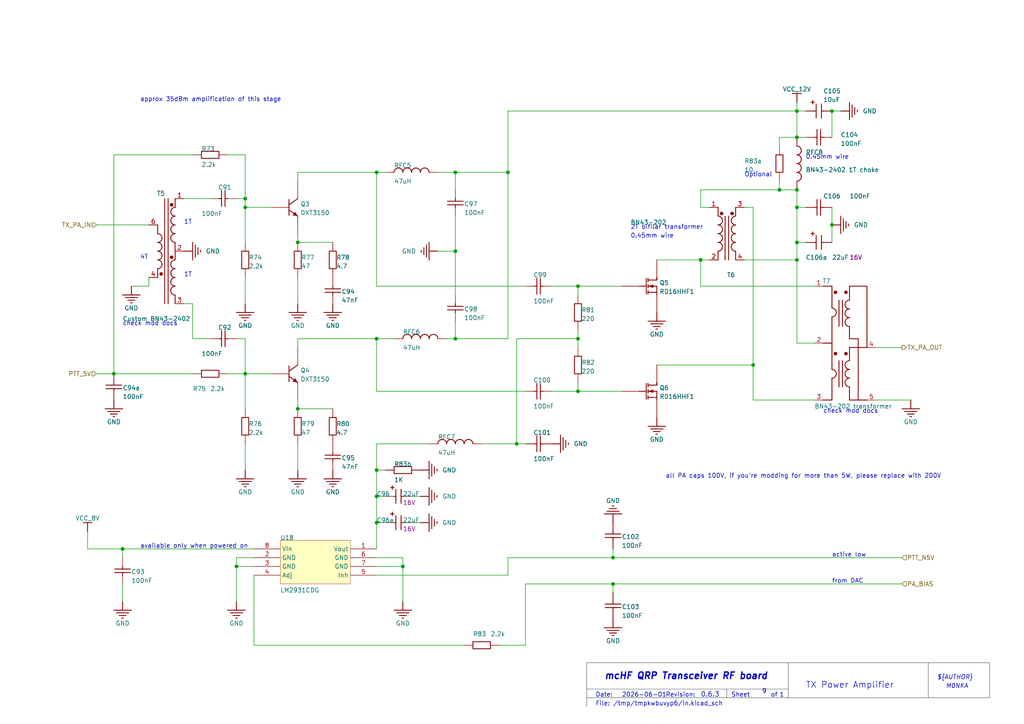
<source format=kicad_sch>
(kicad_sch (version 20231120) (generator "eeschema") (generator_version "8.0")
  (paper "A4")
  (title_block (title "mcHF QRP Transceiver RF board") (rev "0.6.3") (company "M0NKA"))
  (lib_symbols
    (symbol "rf_main-altium-import:GND_POWER_GROUND" (power)
      (property "Reference" "#PWR" (at 0 0 0))
      (property "Value" "GND" (at 0 6.35 0))
      (symbol "GND_POWER_GROUND_0_0"
        (pin power_in line (at 0 0 0) (length 0) hide (name "GND") (number ""))
      )
    )
    (symbol "rf_main-altium-import:TX Power Amplifier_0_CAP"
      (symbol "TX Power Amplifier_0_CAP_1_0"
        (pin passive line (at 2.54 2.54 270) (length 2.54) (name "1") (number "1"))
        (pin passive line (at 2.54 -5.08 90) (length 2.54) (name "2") (number "2"))
      )
    )
    (symbol "rf_main-altium-import:TX Power Amplifier_0_CAP-POL_0"
      (symbol "TX Power Amplifier_0_CAP-POL_0_1_0"
        (pin passive line (at 0 0 0) (length 2.54) (name "1") (number "1"))
        (pin passive line (at 7.62 0 180) (length 2.54) (name "2") (number "2"))
      )
    )
    (symbol "rf_main-altium-import:TX Power Amplifier_0_CX2074NL"
      (symbol "TX Power Amplifier_0_CX2074NL_1_0"
        (pin passive line (at 10.16 -2.54 180) (length 2.54) (name "Sec0") (number "1"))
        (pin passive line (at 10.16 -17.78 180) (length 2.54) (name "SecCmn") (number "2"))
        (pin passive line (at 10.16 -33.02 180) (length 2.54) (name "Sec180") (number "3"))
        (pin passive line (at 0 -25.4 0) (length 2.54) (name "Pri-") (number "4"))
        (pin passive line (at 0 -10.16 0) (length 2.54) (name "Pri+") (number "6"))
      )
    )
    (symbol "rf_main-altium-import:TX Power Amplifier_0_DXT3150"
      (symbol "TX Power Amplifier_0_DXT3150_1_0"
        (pin passive line (at -5.08 -2.54 0) (length 5.08) (name "B") (number "1"))
        (pin passive line (at 2.54 5.08 270) (length 5.08) (name "C") (number "2"))
        (pin passive line (at 2.54 -10.16 90) (length 5.08) (name "E") (number "3"))
      )
    )
    (symbol "rf_main-altium-import:TX Power Amplifier_0_LM2931CDG"
      (symbol "TX Power Amplifier_0_LM2931CDG_1_0"
        (pin passive line (at 22.86 7.62 180) (length 7.62) (name "Vout") (number "1"))
        (pin passive line (at -12.7 5.08 0) (length 7.62) (name "GND") (number "2"))
        (pin passive line (at -12.7 2.54 0) (length 7.62) (name "GND") (number "3"))
        (pin passive line (at -12.7 0 0) (length 7.62) (name "Adj") (number "4"))
        (pin passive line (at 22.86 0 180) (length 7.62) (name "Inh") (number "5"))
        (pin passive line (at 22.86 5.08 180) (length 7.62) (name "GND") (number "6"))
        (pin passive line (at 22.86 2.54 180) (length 7.62) (name "GND") (number "7"))
        (pin passive line (at -12.7 7.62 0) (length 7.62) (name "Vin") (number "8"))
      )
    )
    (symbol "rf_main-altium-import:TX Power Amplifier_0_PA_TR_4m"
      (symbol "TX Power Amplifier_0_PA_TR_4m_1_0"
        (pin passive line (at -2.54 -2.54 0) (length 2.54) (name "Pri_0_deg") (number "1"))
        (pin passive line (at -2.54 -19.05 0) (length 2.54) (name "Pri_Common") (number "2"))
        (pin passive line (at -2.54 -35.56 0) (length 2.54) (name "Pri_180_deg") (number "3"))
        (pin passive line (at 15.24 -20.32 180) (length 2.54) (name "Sec+") (number "4"))
        (pin passive line (at 15.24 -35.56 180) (length 2.54) (name "Sec-") (number "5"))
      )
    )
    (symbol "rf_main-altium-import:TX Power Amplifier_0_PA_TR_b"
      (symbol "TX Power Amplifier_0_PA_TR_b_1_0"
        (pin passive line (at 0 -2.54 0) (length 2.54) (name "Pri+") (number "1"))
        (pin passive line (at 0 -17.78 0) (length 2.54) (name "Pri-") (number "2"))
        (pin passive line (at 10.16 -2.54 180) (length 2.54) (name "Sec+") (number "3"))
        (pin passive line (at 10.16 -17.78 180) (length 2.54) (name "Sec-") (number "4"))
      )
    )
    (symbol "rf_main-altium-import:TX Power Amplifier_0_RD16HHF1"
      (symbol "TX Power Amplifier_0_RD16HHF1_1_0"
        (pin passive line (at -5.08 -2.54 0) (length 5.08) (name "G") (number "1"))
        (pin passive line (at 5.08 -10.16 90) (length 5.08) (name "S") (number "2"))
        (pin passive line (at 5.08 5.08 270) (length 5.08) (name "D") (number "3"))
      )
    )
    (symbol "rf_main-altium-import:TX Power Amplifier_0_RES_0"
      (symbol "TX Power Amplifier_0_RES_0_1_0"
        (pin passive line (at -2.54 -2.54 0) (length 2.54) (name "1") (number "1"))
        (pin passive line (at 7.62 -2.54 180) (length 2.54) (name "2") (number "2"))
      )
    )
    (symbol "rf_main-altium-import:TX Power Amplifier_0_TDK-NLV25T"
      (symbol "TX Power Amplifier_0_TDK-NLV25T_1_0"
        (pin passive line (at -2.54 -2.54 0) (length 2.54) (name "1") (number "1"))
        (pin passive line (at 12.7 -2.54 180) (length 2.54) (name "2") (number "2"))
      )
    )
    (symbol "rf_main-altium-import:TX Power Amplifier_1_RES_0"
      (symbol "TX Power Amplifier_1_RES_0_1_0"
        (pin passive line (at 2.54 -2.54 90) (length 2.54) (name "1") (number "1"))
        (pin passive line (at 2.54 7.62 270) (length 2.54) (name "2") (number "2"))
      )
    )
    (symbol "rf_main-altium-import:TX Power Amplifier_2_RES_0"
      (symbol "TX Power Amplifier_2_RES_0_1_0"
        (pin passive line (at 2.54 2.54 180) (length 2.54) (name "1") (number "1"))
        (pin passive line (at -7.62 2.54 0) (length 2.54) (name "2") (number "2"))
      )
    )
    (symbol "rf_main-altium-import:TX Power Amplifier_3_CAP"
      (symbol "TX Power Amplifier_3_CAP_1_0"
        (pin passive line (at 2.54 -2.54 180) (length 2.54) (name "1") (number "1"))
        (pin passive line (at -5.08 -2.54 0) (length 2.54) (name "2") (number "2"))
      )
    )
    (symbol "rf_main-altium-import:TX Power Amplifier_3_FER_BEAD"
      (symbol "TX Power Amplifier_3_FER_BEAD_1_0"
        (pin passive line (at -2.54 2.54 270) (length 2.54) (name "1") (number "1"))
        (pin passive line (at -2.54 -12.7 90) (length 2.54) (name "2") (number "2"))
      )
    )
    (symbol "rf_main-altium-import:TX Power Amplifier_3_RES_0"
      (symbol "TX Power Amplifier_3_RES_0_1_0"
        (pin passive line (at -2.54 2.54 270) (length 2.54) (name "1") (number "1"))
        (pin passive line (at -2.54 -7.62 90) (length 2.54) (name "2") (number "2"))
      )
    )
    (symbol "rf_main-altium-import:VCC_12V_BAR" (power)
      (property "Reference" "#PWR" (at 0 0 0))
      (property "Value" "VCC_12V" (at 0 3.81 0))
      (symbol "VCC_12V_BAR_0_0"
        (pin power_in line (at 0 0 0) (length 0) hide (name "VCC_12V") (number ""))
      )
    )
    (symbol "rf_main-altium-import:VCC_8V_BAR" (power)
      (property "Reference" "#PWR" (at 0 0 0))
      (property "Value" "VCC_8V" (at 0 3.81 0))
      (symbol "VCC_8V_BAR_0_0"
        (pin power_in line (at 0 0 0) (length 0) hide (name "VCC_8V") (number ""))
      )
    )
  )
  (junction (at 35.56 159.2072))
  (junction (at 177.8 169.3672))
  (junction (at 109.22 98.2472))
  (junction (at 177.8 161.7472))
  (junction (at 231.14 55.0672))
  (junction (at 231.14 75.3872))
  (junction (at 109.22 151.5872))
  (junction (at 71.12 57.6072))
  (junction (at 241.3 65.2272))
  (junction (at 86.36 118.5672))
  (junction (at 116.84 164.2872))
  (junction (at 33.02 108.4072))
  (junction (at 167.64 113.4872))
  (junction (at 68.58 164.2872))
  (junction (at 109.22 136.3472))
  (junction (at 149.86 128.7272))
  (junction (at 167.64 83.0072))
  (junction (at 109.22 143.9672))
  (junction (at 231.14 32.2072))
  (junction (at 167.64 98.2472))
  (junction (at 231.14 39.8272))
  (junction (at 109.22 49.9872))
  (junction (at 132.08 49.9872))
  (junction (at 71.12 108.4072))
  (junction (at 86.36 70.3072))
  (junction (at 218.44 105.8672))
  (junction (at 71.12 60.1472))
  (junction (at 226.06 55.0672))
  (junction (at 132.08 72.8472))
  (junction (at 241.3 32.2072))
  (junction (at 231.14 60.1472))
  (junction (at 147.32 49.9872))
  (junction (at 231.14 70.3072))
  (junction (at 203.2 75.3872))
  (junction (at 132.08 98.2472))
  (wire (pts (xy 35.56 159.2072) (xy 73.66 159.2072)))
  (wire (pts (xy 86.36 88.0872) (xy 86.36 80.4672)))
  (wire (pts (xy 71.12 108.4072) (xy 71.12 118.5672)))
  (wire (pts (xy 254 116.0272) (xy 264.16 116.0272)))
  (wire (pts (xy 127 72.8472) (xy 132.08 72.8472)))
  (wire (pts (xy 55.88 44.9072) (xy 33.02 44.9072)))
  (wire (pts (xy 73.66 161.7472) (xy 68.58 161.7472)))
  (wire (pts (xy 177.8 169.3672) (xy 152.4 169.3672)))
  (polyline (pts (xy 261.62 202.3872) (xy 287.02 202.3872)) (stroke (width 0.0254) (type solid) (color 0 0 0 1)))
  (wire (pts (xy 218.44 60.1472) (xy 218.44 105.8672)))
  (wire (pts (xy 241.3 39.8272) (xy 241.3 32.2072)))
  (wire (pts (xy 254 100.7872) (xy 261.62 100.7872)))
  (wire (pts (xy 167.64 95.7072) (xy 167.64 98.2472)))
  (wire (pts (xy 73.66 166.8272) (xy 73.66 187.1472)))
  (wire (pts (xy 124.46 128.7272) (xy 109.22 128.7272)))
  (wire (pts (xy 53.34 57.6072) (xy 60.96 57.6072)))
  (wire (pts (xy 149.86 128.7272) (xy 149.86 98.2472)))
  (wire (pts (xy 139.7 128.7272) (xy 149.86 128.7272)))
  (wire (pts (xy 68.58 161.7472) (xy 68.58 164.2872)))
  (wire (pts (xy 233.68 70.3072) (xy 231.14 70.3072)))
  (wire (pts (xy 177.8 161.7472) (xy 261.62 161.7472)))
  (wire (pts (xy 203.2 55.0672) (xy 226.06 55.0672)))
  (wire (pts (xy 68.58 164.2872) (xy 68.58 174.4472)))
  (wire (pts (xy 68.58 164.2872) (xy 73.66 164.2872)))
  (wire (pts (xy 116.84 164.2872) (xy 109.22 164.2872)))
  (wire (pts (xy 86.36 118.5672) (xy 96.52 118.5672)))
  (wire (pts (xy 119.38 151.5872) (xy 121.92 151.5872)))
  (wire (pts (xy 203.2 75.3872) (xy 203.2 83.0072)))
  (wire (pts (xy 86.36 70.3072) (xy 96.52 70.3072)))
  (wire (pts (xy 147.32 98.2472) (xy 147.32 49.9872)))
  (wire (pts (xy 71.12 57.6072) (xy 71.12 60.1472)))
  (wire (pts (xy 152.4 83.0072) (xy 109.22 83.0072)))
  (wire (pts (xy 177.8 159.2072) (xy 177.8 161.7472)))
  (wire (pts (xy 132.08 49.9872) (xy 147.32 49.9872)))
  (wire (pts (xy 218.44 105.8672) (xy 190.5 105.8672)))
  (polyline (pts (xy 170.18 199.8472) (xy 228.6 199.8472)) (stroke (width 0.0254) (type solid) (color 0 0 0 1)))
  (wire (pts (xy 231.14 75.3872) (xy 215.9 75.3872)))
  (wire (pts (xy 190.5 75.3872) (xy 203.2 75.3872)))
  (wire (pts (xy 55.88 98.2472) (xy 55.88 88.0872)))
  (wire (pts (xy 68.58 98.2472) (xy 71.12 98.2472)))
  (wire (pts (xy 132.08 72.8472) (xy 132.08 62.6872)))
  (wire (pts (xy 231.14 60.1472) (xy 231.14 70.3072)))
  (wire (pts (xy 132.08 85.5472) (xy 132.08 72.8472)))
  (wire (pts (xy 147.32 161.7472) (xy 177.8 161.7472)))
  (wire (pts (xy 132.08 49.9872) (xy 132.08 55.0672)))
  (wire (pts (xy 71.12 60.1472) (xy 71.12 70.3072)))
  (wire (pts (xy 86.36 136.3472) (xy 86.36 128.7272)))
  (wire (pts (xy 86.36 98.2472) (xy 109.22 98.2472)))
  (wire (pts (xy 43.18 83.0072) (xy 38.1 83.0072)))
  (wire (pts (xy 35.56 174.4472) (xy 35.56 169.3672)))
  (wire (pts (xy 231.14 55.0672) (xy 231.14 60.1472)))
  (wire (pts (xy 167.64 83.0072) (xy 180.34 83.0072)))
  (wire (pts (xy 147.32 49.9872) (xy 147.32 32.2072)))
  (polyline (pts (xy 228.6 192.2272) (xy 228.6 202.3872)) (stroke (width 0.0254) (type solid) (color 0 0 0 1)))
  (wire (pts (xy 86.36 116.0272) (xy 86.36 118.5672)))
  (wire (pts (xy 226.06 55.0672) (xy 231.14 55.0672)))
  (polyline (pts (xy 261.62 202.3872) (xy 170.18 202.3872)) (stroke (width 0.0254) (type solid) (color 0 0 0 1)))
  (polyline (pts (xy 269.24 192.2272) (xy 269.24 202.3872)) (stroke (width 0.0254) (type solid) (color 0 0 0 1)))
  (wire (pts (xy 241.3 32.2072) (xy 243.84 32.2072)))
  (wire (pts (xy 231.14 32.2072) (xy 231.14 39.8272)))
  (wire (pts (xy 167.64 113.4872) (xy 180.34 113.4872)))
  (wire (pts (xy 226.06 39.8272) (xy 231.14 39.8272)))
  (wire (pts (xy 109.22 113.4872) (xy 152.4 113.4872)))
  (wire (pts (xy 109.22 151.5872) (xy 109.22 159.2072)))
  (wire (pts (xy 73.66 187.1472) (xy 134.62 187.1472)))
  (wire (pts (xy 60.96 98.2472) (xy 55.88 98.2472)))
  (wire (pts (xy 25.4 154.1272) (xy 25.4 159.2072)))
  (wire (pts (xy 152.4 169.3672) (xy 152.4 187.1472)))
  (wire (pts (xy 86.36 52.5272) (xy 86.36 49.9872)))
  (wire (pts (xy 109.22 136.3472) (xy 109.22 143.9672)))
  (wire (pts (xy 119.38 143.9672) (xy 121.92 143.9672)))
  (wire (pts (xy 147.32 32.2072) (xy 231.14 32.2072)))
  (wire (pts (xy 109.22 98.2472) (xy 109.22 113.4872)))
  (wire (pts (xy 71.12 136.3472) (xy 71.12 128.7272)))
  (wire (pts (xy 177.8 169.3672) (xy 177.8 171.9072)))
  (wire (pts (xy 109.22 83.0072) (xy 109.22 49.9872)))
  (wire (pts (xy 160.02 83.0072) (xy 167.64 83.0072)))
  (wire (pts (xy 205.74 60.1472) (xy 203.2 60.1472)))
  (polyline (pts (xy 170.18 192.2272) (xy 170.18 204.9272)) (stroke (width 0.0254) (type solid) (color 0 0 0 1)))
  (wire (pts (xy 152.4 128.7272) (xy 149.86 128.7272)))
  (wire (pts (xy 218.44 116.0272) (xy 236.22 116.0272)))
  (wire (pts (xy 203.2 75.3872) (xy 205.74 75.3872)))
  (wire (pts (xy 149.86 98.2472) (xy 167.64 98.2472)))
  (wire (pts (xy 109.22 98.2472) (xy 114.3 98.2472)))
  (wire (pts (xy 71.12 60.1472) (xy 78.74 60.1472)))
  (wire (pts (xy 231.14 39.8272) (xy 233.68 39.8272)))
  (wire (pts (xy 116.84 164.2872) (xy 116.84 174.4472)))
  (wire (pts (xy 231.14 99.5172) (xy 236.22 99.5172)))
  (polyline (pts (xy 287.02 192.2272) (xy 170.18 192.2272)) (stroke (width 0.0254) (type solid) (color 0 0 0 1)))
  (wire (pts (xy 43.18 80.4672) (xy 43.18 83.0072)))
  (wire (pts (xy 111.76 143.9672) (xy 109.22 143.9672)))
  (polyline (pts (xy 210.82 199.8472) (xy 210.82 202.3872)) (stroke (width 0.0254) (type solid) (color 0 0 0 1)))
  (wire (pts (xy 71.12 44.9072) (xy 71.12 57.6072)))
  (wire (pts (xy 86.36 67.7672) (xy 86.36 70.3072)))
  (wire (pts (xy 55.88 88.0872) (xy 53.34 88.0872)))
  (wire (pts (xy 241.3 70.3072) (xy 241.3 65.2272)))
  (wire (pts (xy 116.84 161.7472) (xy 116.84 164.2872)))
  (wire (pts (xy 231.14 70.3072) (xy 231.14 75.3872)))
  (wire (pts (xy 33.02 108.4072) (xy 55.88 108.4072)))
  (wire (pts (xy 33.02 44.9072) (xy 33.02 108.4072)))
  (wire (pts (xy 109.22 166.8272) (xy 147.32 166.8272)))
  (wire (pts (xy 233.68 32.2072) (xy 231.14 32.2072)))
  (polyline (pts (xy 287.02 202.3872) (xy 287.02 192.2272)) (stroke (width 0.0254) (type solid) (color 0 0 0 1)))
  (wire (pts (xy 218.44 105.8672) (xy 218.44 116.0272)))
  (wire (pts (xy 147.32 166.8272) (xy 147.32 161.7472)))
  (wire (pts (xy 241.3 65.2272) (xy 241.3 60.1472)))
  (wire (pts (xy 27.94 108.4072) (xy 33.02 108.4072)))
  (wire (pts (xy 109.22 136.3472) (xy 111.76 136.3472)))
  (wire (pts (xy 203.2 60.1472) (xy 203.2 55.0672)))
  (wire (pts (xy 231.14 29.6672) (xy 231.14 32.2072)))
  (wire (pts (xy 167.64 113.4872) (xy 167.64 110.9472)))
  (wire (pts (xy 132.08 98.2472) (xy 132.08 93.1672)))
  (wire (pts (xy 111.76 151.5872) (xy 109.22 151.5872)))
  (wire (pts (xy 226.06 42.3672) (xy 226.06 39.8272)))
  (wire (pts (xy 71.12 98.2472) (xy 71.12 108.4072)))
  (wire (pts (xy 152.4 187.1472) (xy 144.78 187.1472)))
  (wire (pts (xy 167.64 98.2472) (xy 167.64 100.7872)))
  (wire (pts (xy 160.02 113.4872) (xy 167.64 113.4872)))
  (wire (pts (xy 233.68 60.1472) (xy 231.14 60.1472)))
  (wire (pts (xy 109.22 128.7272) (xy 109.22 136.3472)))
  (wire (pts (xy 43.18 65.2272) (xy 27.94 65.2272)))
  (wire (pts (xy 86.36 100.7872) (xy 86.36 98.2472)))
  (wire (pts (xy 231.14 99.5172) (xy 231.14 75.3872)))
  (wire (pts (xy 127 49.9872) (xy 132.08 49.9872)))
  (wire (pts (xy 109.22 161.7472) (xy 116.84 161.7472)))
  (wire (pts (xy 71.12 108.4072) (xy 78.74 108.4072)))
  (wire (pts (xy 132.08 98.2472) (xy 147.32 98.2472)))
  (wire (pts (xy 109.22 143.9672) (xy 109.22 151.5872)))
  (wire (pts (xy 68.58 57.6072) (xy 71.12 57.6072)))
  (wire (pts (xy 167.64 83.0072) (xy 167.64 85.5472)))
  (wire (pts (xy 215.9 60.1472) (xy 218.44 60.1472)))
  (wire (pts (xy 261.62 169.3672) (xy 177.8 169.3672)))
  (wire (pts (xy 86.36 49.9872) (xy 109.22 49.9872)))
  (wire (pts (xy 66.04 108.4072) (xy 71.12 108.4072)))
  (wire (pts (xy 226.06 52.5272) (xy 226.06 55.0672)))
  (wire (pts (xy 109.22 49.9872) (xy 111.76 49.9872)))
  (wire (pts (xy 66.04 44.9072) (xy 71.12 44.9072)))
  (wire (pts (xy 35.56 159.2072) (xy 35.56 161.7472)))
  (wire (pts (xy 203.2 83.0072) (xy 236.22 83.0072)))
  (wire (pts (xy 132.08 98.2472) (xy 129.54 98.2472)))
  (wire (pts (xy 71.12 88.0872) (xy 71.12 80.4672)))
  (wire (pts (xy 25.4 159.2072) (xy 35.56 159.2072)))
  (text "available only when powered on" (at 40.64 159.2072 0) (effects (font (size 1.27 1.27)) (justify left bottom)))
  (text "Revision:" (at 193.04 202.3872 0) (effects (font (size 1.27 1.27)) (justify left bottom)))
  (text "approx 35dBm amplification of this stage" (at 40.64 29.6672 0) (effects (font (size 1.27 1.27)) (justify left bottom)))
  (text "${AUTHOR}" (at 271.78 197.3072 0) (effects (font (size 1.27 1.27) (italic yes)) (justify left bottom)))
  (text "9" (at 220.98 199.8472 0) (effects (font (size 1.27 1.27)) (justify left top)))
  (text "TX Power Amplifier" (at 233.68 199.8472 0) (effects (font (size 1.778 1.778)) (justify left bottom)))
  (text "2T bifilar transformer" (at 182.88 65.2272 0) (effects (font (size 1.27 1.27)) (justify left top)))
  (text "Optional" (at 215.9 49.9872 0) (effects (font (size 1.27 1.27)) (justify left top)))
  (text "${CURRENT_DATE}" (at 180.34 202.3872 0) (effects (font (size 1.27 1.27)) (justify left bottom)))
  (text "1T" (at 53.34 80.4672 0) (effects (font (size 1.27 1.27)) (justify left bottom)))
  (text "${COMPANY}" (at 274.32 199.8472 0) (effects (font (size 1.27 1.27) (italic yes)) (justify left bottom)))
  (text "4T" (at 40.64 75.3872 0) (effects (font (size 1.27 1.27)) (justify left bottom)))
  (text "of" (at 223.52 202.3872 0) (effects (font (size 1.27 1.27)) (justify left bottom)))
  (text "${TITLE}" (at 175.26 197.3072 0) (effects (font (size 1.905 1.905) (thickness 0.381) (bold yes) (italic yes)) (justify left bottom)))
  (text "all PA caps 100V, if you're modding for more than 5W, please replace with 200V" (at 193.04 138.8872 0) (effects (font (size 1.27 1.27)) (justify left bottom)))
  (text "${REVISION}" (at 203.2 202.3872 0) (effects (font (size 1.397 1.397)) (justify left bottom)))
  (text "from DAC" (at 241.3 169.3672 0) (effects (font (size 1.27 1.27)) (justify left bottom)))
  (text "File:" (at 172.72 204.9272 0) (effects (font (size 1.27 1.27)) (justify left bottom)))
  (text "Sheet" (at 212.09 202.3872 0) (effects (font (size 1.27 1.27)) (justify left bottom)))
  (text "0.45mm wire" (at 182.88 67.7672 0) (effects (font (size 1.27 1.27)) (justify left top)))
  (text "check mod docs" (at 238.76 118.5672 0) (effects (font (size 1.27 1.27)) (justify left top)))
  (text "check mod docs" (at 35.56 93.1672 0) (effects (font (size 1.27 1.27)) (justify left top)))
  (text "${FILEPATH}" (at 177.8 204.9272 0) (effects (font (size 1.27 1.27)) (justify left bottom)))
  (text "${##}" (at 226.06 202.3872 0) (effects (font (size 1.27 1.27)) (justify left bottom)))
  (text "1T" (at 53.34 65.2272 0) (effects (font (size 1.27 1.27)) (justify left bottom)))
  (text "Date:" (at 172.72 202.3872 0) (effects (font (size 1.27 1.27)) (justify left bottom)))
  (text "0.45mm wire" (at 233.68 44.9072 0) (effects (font (size 1.27 1.27)) (justify left top)))
  (text "active low" (at 241.3 161.7472 0) (effects (font (size 1.27 1.27)) (justify left bottom)))
  (hierarchical_label "TX_PA_OUT" (shape output) (at 261.62 100.7872 0))
  (hierarchical_label "PTT_N5V" (shape input) (at 261.62 161.7472 0))
  (hierarchical_label "PTT_5V" (shape input) (at 27.94 108.4072 180))
  (hierarchical_label "PA_BIAS" (shape input) (at 261.62 169.3672 0))
  (hierarchical_label "TX_PA_IN" (shape input) (at 27.94 65.2272 180))
  (symbol (lib_id "rf_main-altium-import:TX Power Amplifier_0_CAP") (at 129.54 57.6072 0) (unit 1)
    (property "Reference" "C97" (at 134.62 59.8932 0) (effects (justify left bottom)))
    (property "Value" "100nF" (at 134.62 62.4332 0) (effects (justify left bottom)))
    (property "Footprint" "0805-Pro" (effects (hide yes)))
    (property "Description" "Capacitor" (effects (hide yes)))
    (property "PRICE" "0.068" (effects (hide yes)))
    (property "ORDER" "FN 252-2090" (effects (hide yes)))
    (property "VOLTAGE" "100V" (effects (hide yes)))
    (property "QT ORDER" "QCC-00154" (effects (hide yes)))
  )
  (symbol (lib_id "rf_main-altium-import:GND_POWER_GROUND") (at 121.92 143.9672 90) (unit 1)
    (property "Reference" "#PWR?" (effects (hide yes)))
    (property "Value" "GND" (at 128.27 143.9672 90) (effects (justify right)))
  )
  (symbol (lib_id "rf_main-altium-import:GND_POWER_GROUND") (at 177.8 151.5872 180) (unit 1)
    (property "Reference" "#PWR?" (effects (hide yes)))
    (property "Value" "GND" (at 177.8 145.2372 0))
  )
  (symbol (lib_id "rf_main-altium-import:GND_POWER_GROUND") (at 160.02 128.7272 90) (unit 1)
    (property "Reference" "#PWR?" (effects (hide yes)))
    (property "Value" "GND" (at 166.37 128.7272 90) (effects (justify right)))
  )
  (symbol (lib_id "rf_main-altium-import:TX Power Amplifier_3_RES_0") (at 73.66 72.8472 0) (unit 1)
    (property "Reference" "R74" (at 72.136 75.3872 0) (effects (justify left bottom)))
    (property "Value" "2.2k" (at 72.136 77.9272 0) (effects (justify left bottom)))
    (property "Footprint" "0805-Pro" (effects (hide yes)))
    (property "Description" "Resistor" (effects (hide yes)))
    (property "ORDER" "FN 188-7289" (effects (hide yes)))
    (property "PRICE" "0.046" (effects (hide yes)))
    (property "QT ORDER" "QCR-00333" (effects (hide yes)))
  )
  (symbol (lib_id "rf_main-altium-import:GND_POWER_GROUND") (at 68.58 174.4472 0) (unit 1)
    (property "Reference" "#PWR?" (effects (hide yes)))
    (property "Value" "GND" (at 68.58 180.7972 0))
  )
  (symbol (lib_id "rf_main-altium-import:TX Power Amplifier_0_PA_TR_b") (at 205.74 57.6072 0) (unit 1)
    (property "Reference" "T6" (at 210.82 80.4672 0) (effects (justify left bottom)))
    (property "Value" "BN43-202" (at 182.88 65.2272 0) (effects (justify left bottom)))
    (property "Footprint" "PA_TRM_b1" (effects (hide yes)))
    (property "Description" "BN43-202 bifilar transformer" (effects (hide yes)))
    (property "ORDER" "EB 291023830340" (effects (hide yes)))
    (property "PRICE" "0.534" (effects (hide yes)))
  )
  (symbol (lib_id "rf_main-altium-import:TX Power Amplifier_1_RES_0") (at 93.98 77.9272 0) (unit 1)
    (property "Reference" "R78" (at 97.536 75.3872 0) (effects (justify left bottom)))
    (property "Value" "4.7" (at 97.536 77.9272 0) (effects (justify left bottom)))
    (property "Footprint" "0805-Pro" (effects (hide yes)))
    (property "Description" "Resistor" (effects (hide yes)))
    (property "ORDER" "FN 205-7665" (effects (hide yes)))
    (property "PRICE" "0.018" (effects (hide yes)))
    (property "QT ORDER" "QCR-00274" (effects (hide yes)))
  )
  (symbol (lib_id "rf_main-altium-import:TX Power Amplifier_1_RES_0") (at 83.82 77.9272 0) (unit 1)
    (property "Reference" "R77" (at 87.376 75.3872 0) (effects (justify left bottom)))
    (property "Value" "47" (at 87.376 77.9272 0) (effects (justify left bottom)))
    (property "Footprint" "0805-Pro" (effects (hide yes)))
    (property "Description" "Resistor" (effects (hide yes)))
    (property "PRICE" "0.052" (effects (hide yes)))
    (property "ORDER" "FN 173-8942" (effects (hide yes)))
    (property "QT ORDER" "QCR-00293" (effects (hide yes)))
  )
  (symbol (lib_id "rf_main-altium-import:GND_POWER_GROUND") (at 38.1 83.0072 0) (unit 1)
    (property "Reference" "#PWR?" (effects (hide yes)))
    (property "Value" "GND" (at 38.1 89.3572 0))
  )
  (symbol (lib_id "rf_main-altium-import:TX Power Amplifier_1_RES_0") (at 165.1 93.1672 0) (unit 1)
    (property "Reference" "R81" (at 168.656 90.6272 0) (effects (justify left bottom)))
    (property "Value" "220" (at 168.656 93.1672 0) (effects (justify left bottom)))
    (property "Footprint" "0805-Pro" (effects (hide yes)))
    (property "Description" "Resistor" (effects (hide yes)))
    (property "PRICE" "0.007" (effects (hide yes)))
    (property "ORDER" "FN 933-2804" (effects (hide yes)))
    (property "QT ORDER" "QCR-00309" (effects (hide yes)))
  )
  (symbol (lib_id "rf_main-altium-import:TX Power Amplifier_0_RES_0") (at 137.16 184.6072 0) (unit 1)
    (property "Reference" "R83" (at 137.16 184.6072 0) (effects (justify left bottom)))
    (property "Value" "2.2k" (at 142.24 184.6072 0) (effects (justify left bottom)))
    (property "Footprint" "0805-Pro" (effects (hide yes)))
    (property "Description" "Resistor" (effects (hide yes)))
    (property "ORDER" "FN 188-7289" (effects (hide yes)))
    (property "PRICE" "0.046" (effects (hide yes)))
    (property "QT ORDER" "QCR-00333" (effects (hide yes)))
  )
  (symbol (lib_id "rf_main-altium-import:TX Power Amplifier_0_DXT3150") (at 83.82 105.8672 0) (unit 1)
    (property "Reference" "Q4" (at 87.122 108.1532 0) (effects (justify left bottom)))
    (property "Value" "DXT3150" (at 87.122 110.6932 0) (effects (justify left bottom)))
    (property "Footprint" "SOT89L_new" (effects (hide yes)))
    (property "Description" "BIPOLAR, TRANSISTOR, NPN, SOT-89" (effects (hide yes)))
    (property "ORDER" "FN 171-3880" (effects (hide yes)))
    (property "PRICE" "0.221" (effects (hide yes)))
  )
  (symbol (lib_id "rf_main-altium-import:TX Power Amplifier_0_CAP") (at 33.02 164.2872 0) (unit 1)
    (property "Reference" "C93" (at 38.1 166.5732 0) (effects (justify left bottom)))
    (property "Value" "100nF" (at 38.1 169.1132 0) (effects (justify left bottom)))
    (property "Footprint" "0805-Pro" (effects (hide yes)))
    (property "Description" "Capacitor" (effects (hide yes)))
    (property "PRICE" "0.068" (effects (hide yes)))
    (property "ORDER" "FN 252-2090" (effects (hide yes)))
    (property "VOLTAGE" "100V" (effects (hide yes)))
    (property "QT ORDER" "QCC-00154" (effects (hide yes)))
  )
  (symbol (lib_id "rf_main-altium-import:GND_POWER_GROUND") (at 241.3 65.2272 90) (unit 1)
    (property "Reference" "#PWR?" (effects (hide yes)))
    (property "Value" "GND" (at 247.65 65.2272 90) (effects (justify right)))
  )
  (symbol (lib_id "rf_main-altium-import:GND_POWER_GROUND") (at 53.34 72.8472 90) (unit 1)
    (property "Reference" "#PWR?" (effects (hide yes)))
    (property "Value" "GND" (at 59.69 72.8472 90) (effects (justify right)))
  )
  (symbol (lib_id "rf_main-altium-import:TX Power Amplifier_3_CAP") (at 238.76 57.6072 0) (unit 1)
    (property "Reference" "C106" (at 238.76 57.6072 0) (effects (justify left bottom)))
    (property "Value" "100nF" (at 246.38 57.6072 0) (effects (justify left bottom)))
    (property "Footprint" "0805-Pro" (effects (hide yes)))
    (property "Description" "Capacitor" (effects (hide yes)))
    (property "PRICE" "0.068" (effects (hide yes)))
    (property "ORDER" "FN 252-2090" (effects (hide yes)))
    (property "VOLTAGE" "100V" (effects (hide yes)))
    (property "QT ORDER" "QCC-00154" (effects (hide yes)))
  )
  (symbol (lib_id "rf_main-altium-import:GND_POWER_GROUND") (at 116.84 174.4472 0) (unit 1)
    (property "Reference" "#PWR?" (effects (hide yes)))
    (property "Value" "GND" (at 116.84 180.7972 0))
  )
  (symbol (lib_id "rf_main-altium-import:TX Power Amplifier_0_TDK-NLV25T") (at 114.3 47.4472 0) (unit 1)
    (property "Reference" "RFC5" (at 114.3 48.7172 0) (effects (justify left bottom)))
    (property "Value" "47uH" (at 114.3 53.2892 0) (effects (justify left bottom)))
    (property "Footprint" "0805-Pro" (effects (hide yes)))
    (property "Description" "INDUCTOR, SIGNAL LINE, 4.7UH, 1005" (effects (hide yes)))
    (property "ORDER" "FN 166-9895" (effects (hide yes)))
    (property "PRICE" "0.166" (effects (hide yes)))
  )
  (symbol (lib_id "rf_main-altium-import:TX Power Amplifier_0_LM2931CDG") (at 86.36 166.8272 0) (unit 1)
    (property "Reference" "U18" (at 81.28 156.6672 0) (effects (justify left bottom)))
    (property "Value" "LM2931CDG" (at 81.28 171.9072 0) (effects (justify left bottom)))
    (property "Footprint" "SO-8-Pro" (effects (hide yes)))
    (property "Description" "100 mA, Adjustable Output,  LDO Voltage Regulator with  60 V Load Dump Protection" (effects (hide yes)))
    (property "ORDER" "FN 121-1100" (effects (hide yes)))
    (property "PRICE" "0.39" (effects (hide yes)))
  )
  (symbol (lib_id "rf_main-altium-import:TX Power Amplifier_0_CAP-POL_0") (at 111.76 151.5872 0) (unit 1)
    (property "Reference" "C96a" (at 109.22 151.5872 0) (effects (justify left bottom)))
    (property "Value" "22uF" (at 116.84 151.5872 0) (effects (justify left bottom)))
    (property "Footprint" "1206_Elec_Cap_N" (effects (hide yes)))
    (property "Description" "Electrolitic capacitor" (effects (hide yes)))
    (property "PRICE" "0.235" (effects (hide yes)))
    (property "ORDER" "FN 197-294" (effects (hide yes)))
    (property "VOLTAGE" "16V" (at 116.84 154.1272 0) (effects (justify left bottom)))
    (property "QT ORDER" "QCC-00202" (effects (hide yes)))
  )
  (symbol (lib_id "rf_main-altium-import:TX Power Amplifier_0_CAP-POL_0") (at 233.68 70.3072 0) (unit 1)
    (property "Reference" "C106a" (at 233.68 75.3872 0) (effects (justify left bottom)))
    (property "Value" "22uF" (at 241.3 75.3872 0) (effects (justify left bottom)))
    (property "Footprint" "1206_Elec_Cap_N" (effects (hide yes)))
    (property "Description" "Electrolitic capacitor" (effects (hide yes)))
    (property "PRICE" "0.235" (effects (hide yes)))
    (property "ORDER" "FN 197-294" (effects (hide yes)))
    (property "VOLTAGE" "16V" (at 246.38 75.3872 0) (effects (justify left bottom)))
    (property "QT ORDER" "QCC-00202" (effects (hide yes)))
  )
  (symbol (lib_id "rf_main-altium-import:TX Power Amplifier_3_CAP") (at 157.48 80.4672 0) (unit 1)
    (property "Reference" "C99" (at 154.686 80.4672 0) (effects (justify left bottom)))
    (property "Value" "100nF" (at 154.686 88.0872 0) (effects (justify left bottom)))
    (property "Footprint" "0805-Pro" (effects (hide yes)))
    (property "Description" "Capacitor" (effects (hide yes)))
    (property "PRICE" "0.068" (effects (hide yes)))
    (property "ORDER" "FN 252-2090" (effects (hide yes)))
    (property "VOLTAGE" "100V" (effects (hide yes)))
    (property "QT ORDER" "QCC-00154" (effects (hide yes)))
  )
  (symbol (lib_id "rf_main-altium-import:TX Power Amplifier_0_RD16HHF1") (at 185.42 110.9472 0) (unit 1)
    (property "Reference" "Q6" (at 191.262 113.2332 0) (effects (justify left bottom)))
    (property "Value" "RD16HHF1" (at 191.262 115.7732 0) (effects (justify left bottom)))
    (property "Footprint" "TO-220RF_dual" (effects (hide yes)))
    (property "Description" "Silicon RF Power MOS FET" (effects (hide yes)))
    (property "PRICE" "7.375" (effects (hide yes)))
    (property "ORDER" "EB 121171160336" (effects (hide yes)))
  )
  (symbol (lib_id "rf_main-altium-import:GND_POWER_GROUND") (at 96.52 88.0872 0) (unit 1)
    (property "Reference" "#PWR?" (effects (hide yes)))
    (property "Value" "GND" (at 96.52 94.4372 0))
  )
  (symbol (lib_id "rf_main-altium-import:TX Power Amplifier_3_RES_0") (at 73.66 121.1072 0) (unit 1)
    (property "Reference" "R76" (at 72.136 123.6472 0) (effects (justify left bottom)))
    (property "Value" "2.2k" (at 72.136 126.1872 0) (effects (justify left bottom)))
    (property "Footprint" "0805-Pro" (effects (hide yes)))
    (property "Description" "Resistor" (effects (hide yes)))
    (property "ORDER" "FN 188-7289" (effects (hide yes)))
    (property "PRICE" "0.046" (effects (hide yes)))
    (property "QT ORDER" "QCR-00333" (effects (hide yes)))
  )
  (symbol (lib_id "rf_main-altium-import:TX Power Amplifier_0_CAP") (at 93.98 131.2672 0) (unit 1)
    (property "Reference" "C95" (at 99.06 133.5532 0) (effects (justify left bottom)))
    (property "Value" "47nF" (at 99.06 136.0932 0) (effects (justify left bottom)))
    (property "Footprint" "0805-Pro" (effects (hide yes)))
    (property "Description" "Capacitor" (effects (hide yes)))
    (property "PRICE" "0.03" (effects (hide yes)))
    (property "ORDER" "FN 152-0303" (effects (hide yes)))
    (property "QT ORDER" "QCC-00101" (effects (hide yes)))
  )
  (symbol (lib_id "rf_main-altium-import:TX Power Amplifier_0_CAP") (at 30.48 110.9472 0) (unit 1)
    (property "Reference" "C94a" (at 35.56 113.2332 0) (effects (justify left bottom)))
    (property "Value" "100nF" (at 35.56 115.7732 0) (effects (justify left bottom)))
    (property "Footprint" "0805-Pro" (effects (hide yes)))
    (property "Description" "Capacitor" (effects (hide yes)))
    (property "PRICE" "0.068" (effects (hide yes)))
    (property "ORDER" "FN 252-2090" (effects (hide yes)))
    (property "VOLTAGE" "100V" (effects (hide yes)))
    (property "QT ORDER" "QCC-00154" (effects (hide yes)))
  )
  (symbol (lib_id "rf_main-altium-import:TX Power Amplifier_0_CAP") (at 175.26 174.4472 0) (unit 1)
    (property "Reference" "C103" (at 180.34 176.7332 0) (effects (justify left bottom)))
    (property "Value" "100nF" (at 180.34 179.2732 0) (effects (justify left bottom)))
    (property "Footprint" "0805-Pro" (effects (hide yes)))
    (property "Description" "Capacitor" (effects (hide yes)))
    (property "PRICE" "0.068" (effects (hide yes)))
    (property "ORDER" "FN 252-2090" (effects (hide yes)))
    (property "VOLTAGE" "100V" (effects (hide yes)))
    (property "QT ORDER" "QCC-00154" (effects (hide yes)))
  )
  (symbol (lib_id "rf_main-altium-import:VCC_12V_BAR") (at 231.14 29.6672 180) (unit 1)
    (property "Reference" "#PWR?" (effects (hide yes)))
    (property "Value" "VCC_12V" (at 231.14 25.8572 0))
  )
  (symbol (lib_id "rf_main-altium-import:GND_POWER_GROUND") (at 71.12 136.3472 0) (unit 1)
    (property "Reference" "#PWR?" (effects (hide yes)))
    (property "Value" "GND" (at 71.12 142.6972 0))
  )
  (symbol (lib_id "rf_main-altium-import:GND_POWER_GROUND") (at 33.02 116.0272 0) (unit 1)
    (property "Reference" "#PWR?" (effects (hide yes)))
    (property "Value" "GND" (at 33.02 122.3772 0))
  )
  (symbol (lib_id "rf_main-altium-import:TX Power Amplifier_1_RES_0") (at 83.82 126.1872 0) (unit 1)
    (property "Reference" "R79" (at 87.376 123.6472 0) (effects (justify left bottom)))
    (property "Value" "47" (at 87.376 126.1872 0) (effects (justify left bottom)))
    (property "Footprint" "0805-Pro" (effects (hide yes)))
    (property "Description" "Resistor" (effects (hide yes)))
    (property "PRICE" "0.052" (effects (hide yes)))
    (property "ORDER" "FN 173-8942" (effects (hide yes)))
    (property "QT ORDER" "QCR-00293" (effects (hide yes)))
  )
  (symbol (lib_id "rf_main-altium-import:TX Power Amplifier_2_RES_0") (at 63.5 47.4472 0) (unit 1)
    (property "Reference" "R73" (at 58.42 43.8912 0) (effects (justify left bottom)))
    (property "Value" "2.2k" (at 58.42 48.4632 0) (effects (justify left bottom)))
    (property "Footprint" "0805-Pro" (effects (hide yes)))
    (property "Description" "Resistor" (effects (hide yes)))
    (property "ORDER" "FN 188-7289" (effects (hide yes)))
    (property "PRICE" "0.046" (effects (hide yes)))
    (property "QT ORDER" "QCR-00333" (effects (hide yes)))
  )
  (symbol (lib_id "rf_main-altium-import:TX Power Amplifier_3_CAP") (at 238.76 37.2872 0) (unit 1)
    (property "Reference" "C104" (at 243.84 39.8272 0) (effects (justify left bottom)))
    (property "Value" "100nF" (at 243.84 42.3672 0) (effects (justify left bottom)))
    (property "Footprint" "0805-Pro" (effects (hide yes)))
    (property "Description" "Capacitor" (effects (hide yes)))
    (property "PRICE" "0.068" (effects (hide yes)))
    (property "ORDER" "FN 252-2090" (effects (hide yes)))
    (property "VOLTAGE" "100V" (effects (hide yes)))
    (property "QT ORDER" "QCC-00154" (effects (hide yes)))
  )
  (symbol (lib_id "rf_main-altium-import:TX Power Amplifier_0_TDK-NLV25T") (at 116.84 95.7072 0) (unit 1)
    (property "Reference" "RFC6" (at 116.84 96.9772 0) (effects (justify left bottom)))
    (property "Value" "47uH" (at 116.84 101.5492 0) (effects (justify left bottom)))
    (property "Footprint" "0805-Pro" (effects (hide yes)))
    (property "Description" "INDUCTOR, SIGNAL LINE, 4.7UH, 1005" (effects (hide yes)))
    (property "ORDER" "FN 166-9895" (effects (hide yes)))
    (property "PRICE" "0.166" (effects (hide yes)))
  )
  (symbol (lib_id "rf_main-altium-import:GND_POWER_GROUND") (at 177.8 179.5272 0) (unit 1)
    (property "Reference" "#PWR?" (effects (hide yes)))
    (property "Value" "GND" (at 177.8 185.8772 0))
  )
  (symbol (lib_id "rf_main-altium-import:TX Power Amplifier_0_CX2074NL") (at 43.18 55.0672 0) (unit 1)
    (property "Reference" "T5" (at 45.466 56.8452 0) (effects (justify left bottom)))
    (property "Value" "Custom BN43-2402" (at 35.56 93.1672 0) (effects (justify left bottom)))
    (property "Footprint" "SOP5_NEW1thr" (effects (hide yes)))
    (property "Description" "Transformer 4:1" (effects (hide yes)))
    (property "ORDER" "EB 300988432524" (effects (hide yes)))
    (property "PRICE" "0.298" (effects (hide yes)))
  )
  (symbol (lib_id "rf_main-altium-import:GND_POWER_GROUND") (at 86.36 136.3472 0) (unit 1)
    (property "Reference" "#PWR?" (effects (hide yes)))
    (property "Value" "GND" (at 86.36 142.6972 0))
  )
  (symbol (lib_id "rf_main-altium-import:TX Power Amplifier_3_CAP") (at 66.04 55.0672 0) (unit 1)
    (property "Reference" "C91" (at 63.246 55.0672 0) (effects (justify left bottom)))
    (property "Value" "100nF" (at 58.42 62.6872 0) (effects (justify left bottom)))
    (property "Footprint" "0805-Pro" (effects (hide yes)))
    (property "Description" "Capacitor" (effects (hide yes)))
    (property "PRICE" "0.068" (effects (hide yes)))
    (property "ORDER" "FN 252-2090" (effects (hide yes)))
    (property "VOLTAGE" "100V" (effects (hide yes)))
    (property "QT ORDER" "QCC-00154" (effects (hide yes)))
  )
  (symbol (lib_id "rf_main-altium-import:TX Power Amplifier_3_FER_BEAD") (at 233.68 42.3672 0) (unit 1)
    (property "Reference" "RFC8" (at 233.68 44.9072 0) (effects (justify left bottom)))
    (property "Value" "BN43-2402 1T choke" (at 233.68 49.9872 0) (effects (justify left bottom)))
    (property "Footprint" "F_Bead" (effects (hide yes)))
    (property "Description" "BN43-2402 1t choke" (effects (hide yes)))
    (property "ORDER" "EB 300988432524" (effects (hide yes)))
    (property "PRICE" "0.298" (effects (hide yes)))
  )
  (symbol (lib_id "rf_main-altium-import:GND_POWER_GROUND") (at 243.84 32.2072 90) (unit 1)
    (property "Reference" "#PWR?" (effects (hide yes)))
    (property "Value" "GND" (at 250.19 32.2072 90) (effects (justify right)))
  )
  (symbol (lib_id "rf_main-altium-import:TX Power Amplifier_0_PA_TR_4m") (at 238.76 80.4672 0) (unit 1)
    (property "Reference" "T7" (at 238.506 82.2452 0) (effects (justify left bottom)))
    (property "Value" "BN43-202 transformer" (at 236.22 118.5672 0) (effects (justify left bottom)))
    (property "Footprint" "PA_TRM_4m" (effects (hide yes)))
    (property "Description" "BN43-202 2:3 transformer" (effects (hide yes)))
    (property "ORDER" "EB 291023830340" (effects (hide yes)))
    (property "PRICE" "0.534" (effects (hide yes)))
  )
  (symbol (lib_id "rf_main-altium-import:TX Power Amplifier_3_CAP") (at 66.04 95.7072 0) (unit 1)
    (property "Reference" "C92" (at 63.246 95.7072 0) (effects (justify left bottom)))
    (property "Value" "100nF" (at 58.42 103.3272 0) (effects (justify left bottom)))
    (property "Footprint" "0805-Pro" (effects (hide yes)))
    (property "Description" "Capacitor" (effects (hide yes)))
    (property "PRICE" "0.068" (effects (hide yes)))
    (property "ORDER" "FN 252-2090" (effects (hide yes)))
    (property "VOLTAGE" "100V" (effects (hide yes)))
    (property "QT ORDER" "QCC-00154" (effects (hide yes)))
  )
  (symbol (lib_id "rf_main-altium-import:TX Power Amplifier_0_TDK-NLV25T") (at 127 126.1872 0) (unit 1)
    (property "Reference" "RFC7" (at 127 127.4572 0) (effects (justify left bottom)))
    (property "Value" "47uH" (at 127 132.0292 0) (effects (justify left bottom)))
    (property "Footprint" "0805-Pro" (effects (hide yes)))
    (property "Description" "INDUCTOR, SIGNAL LINE, 4.7UH, 1005" (effects (hide yes)))
    (property "ORDER" "FN 166-9895" (effects (hide yes)))
    (property "PRICE" "0.166" (effects (hide yes)))
  )
  (symbol (lib_id "rf_main-altium-import:TX Power Amplifier_0_RES_0") (at 58.42 105.8672 0) (unit 1)
    (property "Reference" "R75" (at 55.88 113.4872 0) (effects (justify left bottom)))
    (property "Value" "2.2k" (at 60.96 113.4872 0) (effects (justify left bottom)))
    (property "Footprint" "0805-Pro" (effects (hide yes)))
    (property "Description" "Resistor" (effects (hide yes)))
    (property "ORDER" "FN 188-7289" (effects (hide yes)))
    (property "PRICE" "0.046" (effects (hide yes)))
    (property "QT ORDER" "QCR-00333" (effects (hide yes)))
  )
  (symbol (lib_id "rf_main-altium-import:TX Power Amplifier_1_RES_0") (at 165.1 108.4072 0) (unit 1)
    (property "Reference" "R82" (at 168.656 105.8672 0) (effects (justify left bottom)))
    (property "Value" "220" (at 168.656 108.4072 0) (effects (justify left bottom)))
    (property "Footprint" "0805-Pro" (effects (hide yes)))
    (property "Description" "Resistor" (effects (hide yes)))
    (property "PRICE" "0.007" (effects (hide yes)))
    (property "ORDER" "FN 933-2804" (effects (hide yes)))
    (property "QT ORDER" "QCR-00309" (effects (hide yes)))
  )
  (symbol (lib_id "rf_main-altium-import:GND_POWER_GROUND") (at 190.5 121.1072 0) (unit 1)
    (property "Reference" "#PWR?" (effects (hide yes)))
    (property "Value" "GND" (at 190.5 127.4572 0))
  )
  (symbol (lib_id "rf_main-altium-import:VCC_8V_BAR") (at 25.4 154.1272 180) (unit 1)
    (property "Reference" "#PWR?" (effects (hide yes)))
    (property "Value" "VCC_8V" (at 25.4 150.3172 0))
  )
  (symbol (lib_id "rf_main-altium-import:GND_POWER_GROUND") (at 121.92 151.5872 90) (unit 1)
    (property "Reference" "#PWR?" (effects (hide yes)))
    (property "Value" "GND" (at 128.27 151.5872 90) (effects (justify right)))
  )
  (symbol (lib_id "rf_main-altium-import:TX Power Amplifier_0_DXT3150") (at 83.82 57.6072 0) (unit 1)
    (property "Reference" "Q3" (at 87.122 59.8932 0) (effects (justify left bottom)))
    (property "Value" "DXT3150" (at 87.122 62.4332 0) (effects (justify left bottom)))
    (property "Footprint" "SOT89L_new" (effects (hide yes)))
    (property "Description" "BIPOLAR, TRANSISTOR, NPN, SOT-89" (effects (hide yes)))
    (property "ORDER" "FN 171-3880" (effects (hide yes)))
    (property "PRICE" "0.221" (effects (hide yes)))
  )
  (symbol (lib_id "rf_main-altium-import:TX Power Amplifier_1_RES_0") (at 223.52 49.9872 0) (unit 1)
    (property "Reference" "R83a" (at 215.9 47.4472 0) (effects (justify left bottom)))
    (property "Value" "10" (at 215.9 49.9872 0) (effects (justify left bottom)))
    (property "Footprint" "0805-Pro" (effects (hide yes)))
    (property "Description" "Resistor" (effects (hide yes)))
    (property "PRICE" "0.013" (effects (hide yes)))
    (property "ORDER" "FN 933-2421" (effects (hide yes)))
    (property "QT ORDER" "QCR-00279" (effects (hide yes)))
  )
  (symbol (lib_id "rf_main-altium-import:GND_POWER_GROUND") (at 190.5 90.6272 0) (unit 1)
    (property "Reference" "#PWR?" (effects (hide yes)))
    (property "Value" "GND" (at 190.5 96.9772 0))
  )
  (symbol (lib_id "rf_main-altium-import:TX Power Amplifier_0_CAP-POL_0") (at 111.76 143.9672 0) (unit 1)
    (property "Reference" "C96" (at 109.22 143.9672 0) (effects (justify left bottom)))
    (property "Value" "22uF" (at 116.84 143.9672 0) (effects (justify left bottom)))
    (property "Footprint" "1206_Elec_Cap_N" (effects (hide yes)))
    (property "Description" "Electrolitic capacitor" (effects (hide yes)))
    (property "PRICE" "0.235" (effects (hide yes)))
    (property "ORDER" "FN 197-294" (effects (hide yes)))
    (property "VOLTAGE" "16V" (at 116.84 146.5072 0) (effects (justify left bottom)))
    (property "QT ORDER" "QCC-00202" (effects (hide yes)))
  )
  (symbol (lib_id "rf_main-altium-import:GND_POWER_GROUND") (at 35.56 174.4472 0) (unit 1)
    (property "Reference" "#PWR?" (effects (hide yes)))
    (property "Value" "GND" (at 35.56 180.7972 0))
  )
  (symbol (lib_id "rf_main-altium-import:GND_POWER_GROUND") (at 71.12 88.0872 0) (unit 1)
    (property "Reference" "#PWR?" (effects (hide yes)))
    (property "Value" "GND" (at 71.12 94.4372 0))
  )
  (symbol (lib_id "rf_main-altium-import:TX Power Amplifier_0_CAP") (at 129.54 88.0872 0) (unit 1)
    (property "Reference" "C98" (at 134.62 90.3732 0) (effects (justify left bottom)))
    (property "Value" "100nF" (at 134.62 92.9132 0) (effects (justify left bottom)))
    (property "Footprint" "0805-Pro" (effects (hide yes)))
    (property "Description" "Capacitor" (effects (hide yes)))
    (property "PRICE" "0.068" (effects (hide yes)))
    (property "ORDER" "FN 252-2090" (effects (hide yes)))
    (property "VOLTAGE" "100V" (effects (hide yes)))
    (property "QT ORDER" "QCC-00154" (effects (hide yes)))
  )
  (symbol (lib_id "rf_main-altium-import:GND_POWER_GROUND") (at 86.36 88.0872 0) (unit 1)
    (property "Reference" "#PWR?" (effects (hide yes)))
    (property "Value" "GND" (at 86.36 94.4372 0))
  )
  (symbol (lib_id "rf_main-altium-import:TX Power Amplifier_0_CAP") (at 93.98 83.0072 0) (unit 1)
    (property "Reference" "C94" (at 99.06 85.2932 0) (effects (justify left bottom)))
    (property "Value" "47nF" (at 99.06 87.8332 0) (effects (justify left bottom)))
    (property "Footprint" "0805-Pro" (effects (hide yes)))
    (property "Description" "Capacitor" (effects (hide yes)))
    (property "PRICE" "0.03" (effects (hide yes)))
    (property "ORDER" "FN 152-0303" (effects (hide yes)))
    (property "QT ORDER" "QCC-00101" (effects (hide yes)))
  )
  (symbol (lib_id "rf_main-altium-import:GND_POWER_GROUND") (at 264.16 116.0272 0) (unit 1)
    (property "Reference" "#PWR?" (effects (hide yes)))
    (property "Value" "GND" (at 264.16 122.3772 0))
  )
  (symbol (lib_id "rf_main-altium-import:GND_POWER_GROUND") (at 96.52 136.3472 0) (unit 1)
    (property "Reference" "#PWR?" (effects (hide yes)))
    (property "Value" "GND" (at 96.52 142.6972 0))
  )
  (symbol (lib_id "rf_main-altium-import:TX Power Amplifier_0_CAP") (at 175.26 154.1272 0) (unit 1)
    (property "Reference" "C102" (at 180.34 156.4132 0) (effects (justify left bottom)))
    (property "Value" "100nF" (at 180.34 158.9532 0) (effects (justify left bottom)))
    (property "Footprint" "0805-Pro" (effects (hide yes)))
    (property "Description" "Capacitor" (effects (hide yes)))
    (property "PRICE" "0.068" (effects (hide yes)))
    (property "ORDER" "FN 252-2090" (effects (hide yes)))
    (property "VOLTAGE" "100V" (effects (hide yes)))
    (property "QT ORDER" "QCC-00154" (effects (hide yes)))
  )
  (symbol (lib_id "rf_main-altium-import:TX Power Amplifier_1_RES_0") (at 93.98 126.1872 0) (unit 1)
    (property "Reference" "R80" (at 97.536 123.6472 0) (effects (justify left bottom)))
    (property "Value" "4.7" (at 97.536 126.1872 0) (effects (justify left bottom)))
    (property "Footprint" "0805-Pro" (effects (hide yes)))
    (property "Description" "Resistor" (effects (hide yes)))
    (property "ORDER" "FN 205-7665" (effects (hide yes)))
    (property "PRICE" "0.018" (effects (hide yes)))
    (property "QT ORDER" "QCR-00274" (effects (hide yes)))
  )
  (symbol (lib_id "rf_main-altium-import:GND_POWER_GROUND") (at 127 72.8472 270) (unit 1)
    (property "Reference" "#PWR?" (effects (hide yes)))
    (property "Value" "GND" (at 120.65 72.8472 90) (effects (justify right)))
  )
  (symbol (lib_id "rf_main-altium-import:TX Power Amplifier_3_CAP") (at 157.48 126.1872 0) (unit 1)
    (property "Reference" "C101" (at 154.686 126.1872 0) (effects (justify left bottom)))
    (property "Value" "100nF" (at 154.686 133.8072 0) (effects (justify left bottom)))
    (property "Footprint" "0805-Pro" (effects (hide yes)))
    (property "Description" "Capacitor" (effects (hide yes)))
    (property "PRICE" "0.068" (effects (hide yes)))
    (property "ORDER" "FN 252-2090" (effects (hide yes)))
    (property "VOLTAGE" "100V" (effects (hide yes)))
    (property "QT ORDER" "QCC-00154" (effects (hide yes)))
  )
  (symbol (lib_id "rf_main-altium-import:TX Power Amplifier_3_CAP") (at 157.48 110.9472 0) (unit 1)
    (property "Reference" "C100" (at 154.686 110.9472 0) (effects (justify left bottom)))
    (property "Value" "100nF" (at 154.686 118.5672 0) (effects (justify left bottom)))
    (property "Footprint" "0805-Pro" (effects (hide yes)))
    (property "Description" "Capacitor" (effects (hide yes)))
    (property "PRICE" "0.068" (effects (hide yes)))
    (property "ORDER" "FN 252-2090" (effects (hide yes)))
    (property "VOLTAGE" "100V" (effects (hide yes)))
    (property "QT ORDER" "QCC-00154" (effects (hide yes)))
  )
  (symbol (lib_id "rf_main-altium-import:GND_POWER_GROUND") (at 121.92 136.3472 90) (unit 1)
    (property "Reference" "#PWR?" (effects (hide yes)))
    (property "Value" "GND" (at 128.27 136.3472 90) (effects (justify right)))
  )
  (symbol (lib_id "rf_main-altium-import:TX Power Amplifier_0_RD16HHF1") (at 185.42 80.4672 0) (unit 1)
    (property "Reference" "Q5" (at 191.262 82.7532 0) (effects (justify left bottom)))
    (property "Value" "RD16HHF1" (at 191.262 85.2932 0) (effects (justify left bottom)))
    (property "Footprint" "TO-220RF_dual" (effects (hide yes)))
    (property "Description" "Silicon RF Power MOS FET" (effects (hide yes)))
    (property "PRICE" "7.375" (effects (hide yes)))
    (property "ORDER" "EB 121171160336" (effects (hide yes)))
  )
  (symbol (lib_id "rf_main-altium-import:TX Power Amplifier_0_CAP-POL_0") (at 233.68 32.2072 0) (unit 1)
    (property "Reference" "C105" (at 238.76 27.1272 0) (effects (justify left bottom)))
    (property "Value" "10uF" (at 238.76 29.6672 0) (effects (justify left bottom)))
    (property "Footprint" "1206_Elec_Cap_N" (effects (hide yes)))
    (property "Description" "Electrolitic capacitor" (effects (hide yes)))
    (property "PRICE" "0.204" (effects (hide yes)))
    (property "ORDER" "FN 233-3009" (effects (hide yes)))
    (property "QT ORDER" "QCC-00166" (effects (hide yes)))
  )
  (symbol (lib_id "rf_main-altium-import:TX Power Amplifier_2_RES_0") (at 119.38 138.8872 0) (unit 1)
    (property "Reference" "R83b" (at 114.3 135.3312 0) (effects (justify left bottom)))
    (property "Value" "1K" (at 114.3 139.9032 0) (effects (justify left bottom)))
    (property "Footprint" "0805-Pro" (effects (hide yes)))
    (property "Description" "Resistor" (effects (hide yes)))
    (property "PRICE" "0.061" (effects (hide yes)))
    (property "ORDER" "FN 157-6459" (effects (hide yes)))
    (property "QT ORDER" "QCR-00326" (effects (hide yes)))
  )
)
</source>
